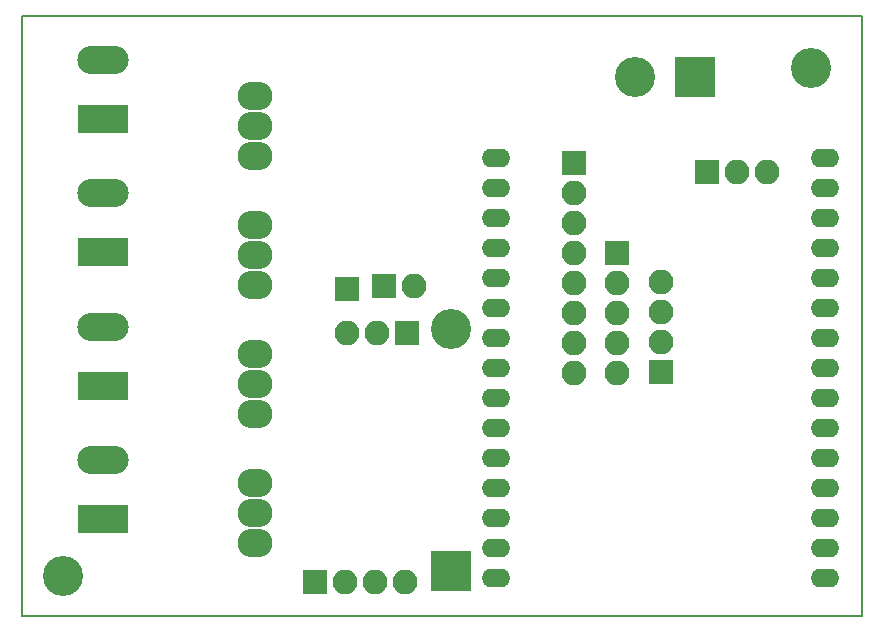
<source format=gbr>
%TF.GenerationSoftware,KiCad,Pcbnew,5.1.5-52549c5~84~ubuntu18.04.1*%
%TF.CreationDate,2020-07-26T00:10:31-03:00*%
%TF.ProjectId,Placa tesis,506c6163-6120-4746-9573-69732e6b6963,rev?*%
%TF.SameCoordinates,Original*%
%TF.FileFunction,Soldermask,Bot*%
%TF.FilePolarity,Negative*%
%FSLAX46Y46*%
G04 Gerber Fmt 4.6, Leading zero omitted, Abs format (unit mm)*
G04 Created by KiCad (PCBNEW 5.1.5-52549c5~84~ubuntu18.04.1) date 2020-07-26 00:10:31*
%MOMM*%
%LPD*%
G04 APERTURE LIST*
%TA.AperFunction,Profile*%
%ADD10C,0.150000*%
%TD*%
%ADD11R,2.100000X2.100000*%
%ADD12O,2.100000X2.100000*%
%ADD13R,4.360000X2.380000*%
%ADD14O,4.360000X2.380000*%
%ADD15C,3.400000*%
%ADD16O,2.940000X2.432000*%
%ADD17O,2.400000X1.600000*%
%ADD18R,3.400000X3.400000*%
G04 APERTURE END LIST*
D10*
X82800000Y-91800000D02*
X153900000Y-91800000D01*
X153900000Y-41000000D02*
X153900000Y-91800000D01*
X82800000Y-41000000D02*
X82800000Y-91800000D01*
X82800000Y-41000000D02*
X153900000Y-41000000D01*
D11*
%TO.C,J4*%
X115380000Y-67800000D03*
D12*
X112840000Y-67800000D03*
X110300000Y-67800000D03*
%TD*%
D13*
%TO.C,D4*%
X89651000Y-49700000D03*
D14*
X89651000Y-44700000D03*
%TD*%
D15*
%TO.C,REF\002A\002A*%
X86300000Y-88400000D03*
%TD*%
D11*
%TO.C,J13*%
X133200000Y-61020000D03*
D12*
X133200000Y-63560000D03*
X133200000Y-66100000D03*
X133200000Y-68640000D03*
X133200000Y-71180000D03*
%TD*%
D11*
%TO.C,J14*%
X129500000Y-53400000D03*
D12*
X129500000Y-55940000D03*
X129500000Y-58480000D03*
X129500000Y-61020000D03*
X129500000Y-63560000D03*
X129500000Y-66100000D03*
X129500000Y-68640000D03*
X129500000Y-71180000D03*
%TD*%
D11*
%TO.C,J15*%
X136900000Y-71140000D03*
D12*
X136900000Y-68600000D03*
X136900000Y-66060000D03*
X136900000Y-63520000D03*
%TD*%
D16*
%TO.C,Q4*%
X102541500Y-50335500D03*
X102541500Y-52875500D03*
X102541500Y-47795500D03*
%TD*%
D17*
%TO.C,U2*%
X150811500Y-53040000D03*
X122911500Y-53040000D03*
X150811500Y-55580000D03*
X122911500Y-55580000D03*
X150811500Y-58120000D03*
X122911500Y-58120000D03*
X150811500Y-60660000D03*
X122911500Y-60660000D03*
X150811500Y-63200000D03*
X122911500Y-63200000D03*
X150811500Y-65740000D03*
X122911500Y-65740000D03*
X150811500Y-68280000D03*
X122911500Y-68280000D03*
X150811500Y-70820000D03*
X122911500Y-70820000D03*
X150811500Y-73360000D03*
X122911500Y-73360000D03*
X150811500Y-75900000D03*
X122911500Y-75900000D03*
X150811500Y-78440000D03*
X122911500Y-78440000D03*
X150811500Y-80980000D03*
X122911500Y-80980000D03*
X150811500Y-83520000D03*
X122911500Y-83520000D03*
X150811500Y-86060000D03*
X122911500Y-86060000D03*
X150811500Y-88600000D03*
X122911500Y-88600000D03*
%TD*%
D12*
%TO.C,TH1*%
X115960760Y-63828080D03*
D11*
X113420760Y-63828080D03*
%TD*%
D12*
%TO.C,J1*%
X145865000Y-54218000D03*
X143325000Y-54218000D03*
D11*
X140785000Y-54218000D03*
%TD*%
D15*
%TO.C,REF\002A\002A*%
X149600000Y-45400000D03*
%TD*%
D11*
%TO.C,OutP*%
X110300000Y-64100000D03*
%TD*%
D14*
%TO.C,D1*%
X89651000Y-78600000D03*
D13*
X89651000Y-83600000D03*
%TD*%
D14*
%TO.C,D2*%
X89651000Y-67300000D03*
D13*
X89651000Y-72300000D03*
%TD*%
%TO.C,D3*%
X89651000Y-61000000D03*
D14*
X89651000Y-56000000D03*
%TD*%
D16*
%TO.C,Q1*%
X102541500Y-80561500D03*
X102541500Y-85641500D03*
X102541500Y-83101500D03*
%TD*%
%TO.C,Q2*%
X102541500Y-72179500D03*
X102541500Y-74719500D03*
X102541500Y-69639500D03*
%TD*%
%TO.C,Q3*%
X102541500Y-58717500D03*
X102541500Y-63797500D03*
X102541500Y-61257500D03*
%TD*%
D15*
%TO.C,J3*%
X134720000Y-46200000D03*
D18*
X139800000Y-46200000D03*
%TD*%
D15*
%TO.C,BT1*%
X119100000Y-67500000D03*
D18*
X119100000Y-87990000D03*
%TD*%
D11*
%TO.C,J5*%
X107600000Y-88900000D03*
D12*
X110140000Y-88900000D03*
X112680000Y-88900000D03*
X115220000Y-88900000D03*
%TD*%
M02*

</source>
